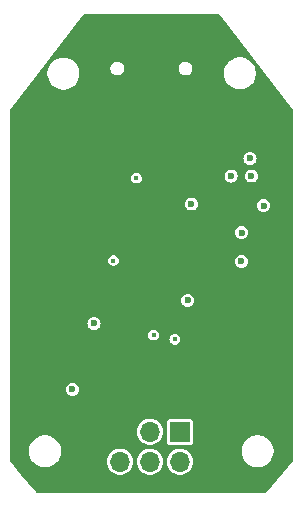
<source format=gbr>
%TF.GenerationSoftware,KiCad,Pcbnew,8.0.0*%
%TF.CreationDate,2026-01-12T19:07:33+05:30*%
%TF.ProjectId,PICKit_Clone_KiCAD,5049434b-6974-45f4-936c-6f6e655f4b69,1.0*%
%TF.SameCoordinates,Original*%
%TF.FileFunction,Copper,L2,Inr*%
%TF.FilePolarity,Positive*%
%FSLAX46Y46*%
G04 Gerber Fmt 4.6, Leading zero omitted, Abs format (unit mm)*
G04 Created by KiCad (PCBNEW 8.0.0) date 2026-01-12 19:07:33*
%MOMM*%
%LPD*%
G01*
G04 APERTURE LIST*
%TA.AperFunction,ComponentPad*%
%ADD10O,1.000000X1.800000*%
%TD*%
%TA.AperFunction,ComponentPad*%
%ADD11O,1.000000X2.100000*%
%TD*%
%TA.AperFunction,ComponentPad*%
%ADD12R,1.700000X1.700000*%
%TD*%
%TA.AperFunction,ComponentPad*%
%ADD13O,1.700000X1.700000*%
%TD*%
%TA.AperFunction,ViaPad*%
%ADD14C,0.600000*%
%TD*%
%TA.AperFunction,ViaPad*%
%ADD15C,0.400000*%
%TD*%
G04 APERTURE END LIST*
D10*
%TO.N,GND*%
%TO.C,J1*%
X150320001Y-71425000D03*
D11*
X150320000Y-75625000D03*
X141680000Y-75625000D03*
D10*
X141680000Y-71425000D03*
%TD*%
D12*
%TO.N,/PGD*%
%TO.C,J2*%
X148425000Y-105855000D03*
D13*
%TO.N,/PGC*%
X148424997Y-108395002D03*
%TO.N,/MCLR*%
X145884998Y-105854997D03*
%TO.N,/VIN*%
X145885000Y-108395000D03*
%TO.N,GND*%
X143345000Y-105855000D03*
%TO.N,/5V*%
X143345000Y-108395001D03*
%TD*%
D14*
%TO.N,GND*%
X148600000Y-99220000D03*
X136170000Y-78610000D03*
X136110000Y-98250000D03*
X142250000Y-102340000D03*
X154670000Y-99150000D03*
X153590000Y-94540000D03*
X142800000Y-76180000D03*
X142900000Y-79780000D03*
X155830000Y-77500000D03*
X148110000Y-81520000D03*
X151340000Y-88989999D03*
X150660000Y-81520000D03*
X135630000Y-82170000D03*
X151170000Y-93910000D03*
D15*
X142794999Y-84359999D03*
D14*
X156230000Y-94530000D03*
X149200000Y-76210000D03*
X144300000Y-88490000D03*
X135750000Y-96670000D03*
%TO.N,/MCLR_SIG*%
X149090000Y-94720000D03*
%TO.N,/5V*%
X139320000Y-102260000D03*
X154360000Y-82710000D03*
X155510000Y-86700000D03*
X149390000Y-86560000D03*
D15*
X144740000Y-84370000D03*
D14*
X153620000Y-91420000D03*
X153640000Y-88990000D03*
D15*
X142795001Y-91360000D03*
D14*
X141150000Y-96670000D03*
%TO.N,/12V*%
X152760000Y-84200000D03*
X154460000Y-84190000D03*
D15*
%TO.N,Net-(Q2-G)*%
X146190000Y-97670000D03*
X147990000Y-98030000D03*
%TD*%
%TA.AperFunction,Conductor*%
%TO.N,GND*%
G36*
X151758429Y-70520185D02*
G01*
X151789889Y-70549175D01*
X157974000Y-78636089D01*
X157999087Y-78701299D01*
X157999500Y-78711412D01*
X157999500Y-108273899D01*
X157979815Y-108340938D01*
X157970759Y-108353282D01*
X155802759Y-110954883D01*
X155744720Y-110993782D01*
X155707500Y-110999500D01*
X136292498Y-110999500D01*
X136225459Y-110979815D01*
X136197239Y-110954884D01*
X136197238Y-110954883D01*
X134981068Y-109495501D01*
X134029241Y-108353325D01*
X134001445Y-108289222D01*
X134000500Y-108273941D01*
X134000500Y-107606286D01*
X135649500Y-107606286D01*
X135682268Y-107813179D01*
X135682754Y-107816243D01*
X135741080Y-107995752D01*
X135748444Y-108018414D01*
X135844951Y-108207820D01*
X135969890Y-108379786D01*
X136120213Y-108530109D01*
X136292179Y-108655048D01*
X136292181Y-108655049D01*
X136292184Y-108655051D01*
X136481588Y-108751557D01*
X136683757Y-108817246D01*
X136893713Y-108850500D01*
X136893714Y-108850500D01*
X137106286Y-108850500D01*
X137106287Y-108850500D01*
X137316243Y-108817246D01*
X137518412Y-108751557D01*
X137707816Y-108655051D01*
X137773118Y-108607607D01*
X137879786Y-108530109D01*
X137879788Y-108530106D01*
X137879792Y-108530104D01*
X138014895Y-108395001D01*
X142239785Y-108395001D01*
X142258602Y-108598083D01*
X142312521Y-108787584D01*
X142314418Y-108794251D01*
X142314418Y-108794252D01*
X142314422Y-108794261D01*
X142405327Y-108976822D01*
X142528237Y-109139582D01*
X142678958Y-109276981D01*
X142678960Y-109276983D01*
X142678962Y-109276984D01*
X142852363Y-109384349D01*
X143042544Y-109458025D01*
X143243024Y-109495501D01*
X143243026Y-109495501D01*
X143446974Y-109495501D01*
X143446976Y-109495501D01*
X143647456Y-109458025D01*
X143837637Y-109384349D01*
X144011041Y-109276982D01*
X144161764Y-109139580D01*
X144284673Y-108976822D01*
X144375582Y-108794251D01*
X144431397Y-108598084D01*
X144450215Y-108395001D01*
X144450215Y-108395000D01*
X144779785Y-108395000D01*
X144798602Y-108598082D01*
X144852478Y-108787431D01*
X144854418Y-108794250D01*
X144854418Y-108794251D01*
X144854422Y-108794260D01*
X144945327Y-108976821D01*
X145068237Y-109139581D01*
X145218958Y-109276980D01*
X145218960Y-109276982D01*
X145318141Y-109338392D01*
X145392363Y-109384348D01*
X145582544Y-109458024D01*
X145783024Y-109495500D01*
X145783026Y-109495500D01*
X145986974Y-109495500D01*
X145986976Y-109495500D01*
X146187456Y-109458024D01*
X146377637Y-109384348D01*
X146551041Y-109276981D01*
X146701764Y-109139579D01*
X146824673Y-108976821D01*
X146915582Y-108794250D01*
X146971397Y-108598083D01*
X146990215Y-108395002D01*
X147319782Y-108395002D01*
X147338599Y-108598084D01*
X147394414Y-108794249D01*
X147394419Y-108794262D01*
X147485324Y-108976823D01*
X147608234Y-109139583D01*
X147758955Y-109276982D01*
X147758957Y-109276984D01*
X147858138Y-109338394D01*
X147932360Y-109384350D01*
X148122541Y-109458026D01*
X148323021Y-109495502D01*
X148323023Y-109495502D01*
X148526971Y-109495502D01*
X148526973Y-109495502D01*
X148727453Y-109458026D01*
X148917634Y-109384350D01*
X149091038Y-109276983D01*
X149241761Y-109139581D01*
X149364670Y-108976823D01*
X149455579Y-108794252D01*
X149511394Y-108598085D01*
X149530212Y-108395002D01*
X149511394Y-108191919D01*
X149455579Y-107995752D01*
X149455573Y-107995740D01*
X149411269Y-107906766D01*
X149364670Y-107813181D01*
X149241761Y-107650423D01*
X149241759Y-107650420D01*
X149193346Y-107606286D01*
X153649500Y-107606286D01*
X153682268Y-107813179D01*
X153682754Y-107816243D01*
X153741080Y-107995752D01*
X153748444Y-108018414D01*
X153844951Y-108207820D01*
X153969890Y-108379786D01*
X154120213Y-108530109D01*
X154292179Y-108655048D01*
X154292181Y-108655049D01*
X154292184Y-108655051D01*
X154481588Y-108751557D01*
X154683757Y-108817246D01*
X154893713Y-108850500D01*
X154893714Y-108850500D01*
X155106286Y-108850500D01*
X155106287Y-108850500D01*
X155316243Y-108817246D01*
X155518412Y-108751557D01*
X155707816Y-108655051D01*
X155773118Y-108607607D01*
X155879786Y-108530109D01*
X155879788Y-108530106D01*
X155879792Y-108530104D01*
X156030104Y-108379792D01*
X156030106Y-108379788D01*
X156030109Y-108379786D01*
X156155048Y-108207820D01*
X156155047Y-108207820D01*
X156155051Y-108207816D01*
X156251557Y-108018412D01*
X156317246Y-107816243D01*
X156350500Y-107606287D01*
X156350500Y-107393713D01*
X156317246Y-107183757D01*
X156251557Y-106981588D01*
X156155051Y-106792184D01*
X156155049Y-106792181D01*
X156155048Y-106792179D01*
X156030109Y-106620213D01*
X155879786Y-106469890D01*
X155707820Y-106344951D01*
X155518414Y-106248444D01*
X155518413Y-106248443D01*
X155518412Y-106248443D01*
X155316243Y-106182754D01*
X155316241Y-106182753D01*
X155316240Y-106182753D01*
X155154957Y-106157208D01*
X155106287Y-106149500D01*
X154893713Y-106149500D01*
X154845042Y-106157208D01*
X154683760Y-106182753D01*
X154481585Y-106248444D01*
X154292179Y-106344951D01*
X154120213Y-106469890D01*
X153969890Y-106620213D01*
X153844951Y-106792179D01*
X153748444Y-106981585D01*
X153682753Y-107183760D01*
X153649500Y-107393713D01*
X153649500Y-107606286D01*
X149193346Y-107606286D01*
X149091038Y-107513021D01*
X149091036Y-107513019D01*
X148917639Y-107405657D01*
X148917636Y-107405655D01*
X148917634Y-107405654D01*
X148917633Y-107405653D01*
X148917632Y-107405653D01*
X148822543Y-107368816D01*
X148727453Y-107331978D01*
X148526973Y-107294502D01*
X148323021Y-107294502D01*
X148122541Y-107331978D01*
X148122538Y-107331978D01*
X148122538Y-107331979D01*
X147932361Y-107405653D01*
X147932354Y-107405657D01*
X147758957Y-107513019D01*
X147758955Y-107513021D01*
X147608234Y-107650420D01*
X147485324Y-107813180D01*
X147394419Y-107995741D01*
X147394414Y-107995754D01*
X147338599Y-108191919D01*
X147319782Y-108395001D01*
X147319782Y-108395002D01*
X146990215Y-108395002D01*
X146990215Y-108395000D01*
X146978997Y-108273941D01*
X146971397Y-108191917D01*
X146915582Y-107995750D01*
X146824673Y-107813179D01*
X146701764Y-107650421D01*
X146701762Y-107650418D01*
X146551041Y-107513019D01*
X146551039Y-107513017D01*
X146377642Y-107405655D01*
X146377639Y-107405653D01*
X146377637Y-107405652D01*
X146377636Y-107405651D01*
X146377635Y-107405651D01*
X146282546Y-107368814D01*
X146187456Y-107331976D01*
X145986976Y-107294500D01*
X145783024Y-107294500D01*
X145582544Y-107331976D01*
X145582541Y-107331976D01*
X145582541Y-107331977D01*
X145392364Y-107405651D01*
X145392357Y-107405655D01*
X145218960Y-107513017D01*
X145218958Y-107513019D01*
X145068237Y-107650418D01*
X144945327Y-107813178D01*
X144854422Y-107995739D01*
X144854417Y-107995752D01*
X144798602Y-108191917D01*
X144779785Y-108394999D01*
X144779785Y-108395000D01*
X144450215Y-108395000D01*
X144445205Y-108340938D01*
X144431397Y-108191918D01*
X144382030Y-108018414D01*
X144375582Y-107995751D01*
X144375576Y-107995739D01*
X144284673Y-107813181D01*
X144284673Y-107813180D01*
X144161764Y-107650422D01*
X144161762Y-107650419D01*
X144011041Y-107513020D01*
X144011039Y-107513018D01*
X143837642Y-107405656D01*
X143837639Y-107405654D01*
X143837637Y-107405653D01*
X143837636Y-107405652D01*
X143837635Y-107405652D01*
X143647461Y-107331979D01*
X143647456Y-107331977D01*
X143446976Y-107294501D01*
X143243024Y-107294501D01*
X143042544Y-107331977D01*
X143042541Y-107331977D01*
X143042541Y-107331978D01*
X142852364Y-107405652D01*
X142852357Y-107405656D01*
X142678960Y-107513018D01*
X142678958Y-107513020D01*
X142528237Y-107650419D01*
X142405327Y-107813179D01*
X142314422Y-107995740D01*
X142314417Y-107995753D01*
X142258602Y-108191918D01*
X142239785Y-108395000D01*
X142239785Y-108395001D01*
X138014895Y-108395001D01*
X138030104Y-108379792D01*
X138030106Y-108379788D01*
X138030109Y-108379786D01*
X138155048Y-108207820D01*
X138155047Y-108207820D01*
X138155051Y-108207816D01*
X138251557Y-108018412D01*
X138317246Y-107816243D01*
X138350500Y-107606287D01*
X138350500Y-107393713D01*
X138317246Y-107183757D01*
X138251557Y-106981588D01*
X138155051Y-106792184D01*
X138155049Y-106792181D01*
X138155048Y-106792179D01*
X138030109Y-106620213D01*
X137879786Y-106469890D01*
X137707820Y-106344951D01*
X137518414Y-106248444D01*
X137518413Y-106248443D01*
X137518412Y-106248443D01*
X137316243Y-106182754D01*
X137316241Y-106182753D01*
X137316240Y-106182753D01*
X137154957Y-106157208D01*
X137106287Y-106149500D01*
X136893713Y-106149500D01*
X136845042Y-106157208D01*
X136683760Y-106182753D01*
X136481585Y-106248444D01*
X136292179Y-106344951D01*
X136120213Y-106469890D01*
X135969890Y-106620213D01*
X135844951Y-106792179D01*
X135748444Y-106981585D01*
X135682753Y-107183760D01*
X135649500Y-107393713D01*
X135649500Y-107606286D01*
X134000500Y-107606286D01*
X134000500Y-105854997D01*
X144779783Y-105854997D01*
X144798600Y-106058079D01*
X144854415Y-106254244D01*
X144854420Y-106254257D01*
X144945325Y-106436818D01*
X145068235Y-106599578D01*
X145218956Y-106736977D01*
X145218958Y-106736979D01*
X145308110Y-106792179D01*
X145392361Y-106844345D01*
X145582542Y-106918021D01*
X145783022Y-106955497D01*
X145783024Y-106955497D01*
X145986972Y-106955497D01*
X145986974Y-106955497D01*
X146187454Y-106918021D01*
X146377635Y-106844345D01*
X146551039Y-106736978D01*
X146559047Y-106729678D01*
X147324500Y-106729678D01*
X147339032Y-106802735D01*
X147339033Y-106802739D01*
X147339034Y-106802740D01*
X147394399Y-106885601D01*
X147442917Y-106918019D01*
X147477260Y-106940966D01*
X147477264Y-106940967D01*
X147550321Y-106955499D01*
X147550324Y-106955500D01*
X147550326Y-106955500D01*
X149299676Y-106955500D01*
X149299677Y-106955499D01*
X149372740Y-106940966D01*
X149455601Y-106885601D01*
X149510966Y-106802740D01*
X149525500Y-106729674D01*
X149525500Y-104980326D01*
X149525500Y-104980323D01*
X149525499Y-104980321D01*
X149510967Y-104907264D01*
X149510966Y-104907260D01*
X149455601Y-104824399D01*
X149372740Y-104769034D01*
X149372739Y-104769033D01*
X149372735Y-104769032D01*
X149299677Y-104754500D01*
X149299674Y-104754500D01*
X147550326Y-104754500D01*
X147550323Y-104754500D01*
X147477264Y-104769032D01*
X147477260Y-104769033D01*
X147394399Y-104824399D01*
X147339033Y-104907260D01*
X147339032Y-104907264D01*
X147324500Y-104980321D01*
X147324500Y-106729678D01*
X146559047Y-106729678D01*
X146701762Y-106599576D01*
X146824671Y-106436818D01*
X146915580Y-106254247D01*
X146971395Y-106058080D01*
X146990213Y-105854997D01*
X146971395Y-105651914D01*
X146915580Y-105455747D01*
X146824671Y-105273176D01*
X146701762Y-105110418D01*
X146701760Y-105110415D01*
X146551039Y-104973016D01*
X146551037Y-104973014D01*
X146377640Y-104865652D01*
X146377633Y-104865648D01*
X146271156Y-104824399D01*
X146187454Y-104791973D01*
X145986974Y-104754497D01*
X145783022Y-104754497D01*
X145582542Y-104791973D01*
X145582539Y-104791973D01*
X145582539Y-104791974D01*
X145392362Y-104865648D01*
X145392355Y-104865652D01*
X145218958Y-104973014D01*
X145218956Y-104973016D01*
X145068235Y-105110415D01*
X144945325Y-105273175D01*
X144854420Y-105455736D01*
X144854415Y-105455749D01*
X144798600Y-105651914D01*
X144779783Y-105854996D01*
X144779783Y-105854997D01*
X134000500Y-105854997D01*
X134000500Y-102260000D01*
X138764750Y-102260000D01*
X138783670Y-102403708D01*
X138783671Y-102403712D01*
X138839137Y-102537622D01*
X138839138Y-102537624D01*
X138839139Y-102537625D01*
X138927379Y-102652621D01*
X139042375Y-102740861D01*
X139176291Y-102796330D01*
X139303280Y-102813048D01*
X139319999Y-102815250D01*
X139320000Y-102815250D01*
X139320001Y-102815250D01*
X139334977Y-102813278D01*
X139463709Y-102796330D01*
X139597625Y-102740861D01*
X139712621Y-102652621D01*
X139800861Y-102537625D01*
X139856330Y-102403709D01*
X139875250Y-102260000D01*
X139856330Y-102116291D01*
X139800861Y-101982375D01*
X139712621Y-101867379D01*
X139597625Y-101779139D01*
X139597624Y-101779138D01*
X139597622Y-101779137D01*
X139463712Y-101723671D01*
X139463710Y-101723670D01*
X139463709Y-101723670D01*
X139391854Y-101714210D01*
X139320001Y-101704750D01*
X139319999Y-101704750D01*
X139176291Y-101723670D01*
X139176287Y-101723671D01*
X139042377Y-101779137D01*
X138927379Y-101867379D01*
X138839137Y-101982377D01*
X138783671Y-102116287D01*
X138783670Y-102116291D01*
X138764750Y-102259999D01*
X138764750Y-102260000D01*
X134000500Y-102260000D01*
X134000500Y-97670000D01*
X145734867Y-97670000D01*
X145753302Y-97798225D01*
X145800592Y-97901774D01*
X145807118Y-97916063D01*
X145891951Y-98013967D01*
X146000931Y-98084004D01*
X146125225Y-98120499D01*
X146125227Y-98120500D01*
X146125228Y-98120500D01*
X146254773Y-98120500D01*
X146254773Y-98120499D01*
X146379069Y-98084004D01*
X146463101Y-98030000D01*
X147534867Y-98030000D01*
X147553302Y-98158225D01*
X147607117Y-98276061D01*
X147607118Y-98276063D01*
X147691951Y-98373967D01*
X147800931Y-98444004D01*
X147925225Y-98480499D01*
X147925227Y-98480500D01*
X147925228Y-98480500D01*
X148054773Y-98480500D01*
X148054773Y-98480499D01*
X148179069Y-98444004D01*
X148288049Y-98373967D01*
X148372882Y-98276063D01*
X148426697Y-98158226D01*
X148445133Y-98030000D01*
X148426697Y-97901774D01*
X148372882Y-97783937D01*
X148288049Y-97686033D01*
X148179069Y-97615996D01*
X148179065Y-97615994D01*
X148179064Y-97615994D01*
X148054774Y-97579500D01*
X148054772Y-97579500D01*
X147925228Y-97579500D01*
X147925226Y-97579500D01*
X147800935Y-97615994D01*
X147800932Y-97615995D01*
X147800931Y-97615996D01*
X147749677Y-97648934D01*
X147691950Y-97686033D01*
X147607118Y-97783937D01*
X147607117Y-97783938D01*
X147553302Y-97901774D01*
X147534867Y-98030000D01*
X146463101Y-98030000D01*
X146488049Y-98013967D01*
X146572882Y-97916063D01*
X146626697Y-97798226D01*
X146645133Y-97670000D01*
X146626697Y-97541774D01*
X146572882Y-97423937D01*
X146488049Y-97326033D01*
X146379069Y-97255996D01*
X146379065Y-97255994D01*
X146379064Y-97255994D01*
X146254774Y-97219500D01*
X146254772Y-97219500D01*
X146125228Y-97219500D01*
X146125226Y-97219500D01*
X146000935Y-97255994D01*
X146000932Y-97255995D01*
X146000931Y-97255996D01*
X145949677Y-97288934D01*
X145891950Y-97326033D01*
X145807118Y-97423937D01*
X145807117Y-97423938D01*
X145753302Y-97541774D01*
X145734867Y-97670000D01*
X134000500Y-97670000D01*
X134000500Y-96670000D01*
X140594750Y-96670000D01*
X140613670Y-96813708D01*
X140613671Y-96813712D01*
X140669137Y-96947622D01*
X140669138Y-96947624D01*
X140669139Y-96947625D01*
X140757379Y-97062621D01*
X140872375Y-97150861D01*
X141006291Y-97206330D01*
X141133280Y-97223048D01*
X141149999Y-97225250D01*
X141150000Y-97225250D01*
X141150001Y-97225250D01*
X141164977Y-97223278D01*
X141293709Y-97206330D01*
X141427625Y-97150861D01*
X141542621Y-97062621D01*
X141630861Y-96947625D01*
X141686330Y-96813709D01*
X141705250Y-96670000D01*
X141686330Y-96526291D01*
X141630861Y-96392375D01*
X141542621Y-96277379D01*
X141427625Y-96189139D01*
X141427624Y-96189138D01*
X141427622Y-96189137D01*
X141293712Y-96133671D01*
X141293710Y-96133670D01*
X141293709Y-96133670D01*
X141221854Y-96124210D01*
X141150001Y-96114750D01*
X141149999Y-96114750D01*
X141006291Y-96133670D01*
X141006287Y-96133671D01*
X140872377Y-96189137D01*
X140757379Y-96277379D01*
X140669137Y-96392377D01*
X140613671Y-96526287D01*
X140613670Y-96526291D01*
X140594750Y-96669999D01*
X140594750Y-96670000D01*
X134000500Y-96670000D01*
X134000500Y-94720000D01*
X148534750Y-94720000D01*
X148553670Y-94863708D01*
X148553671Y-94863712D01*
X148609137Y-94997622D01*
X148609138Y-94997624D01*
X148609139Y-94997625D01*
X148697379Y-95112621D01*
X148812375Y-95200861D01*
X148946291Y-95256330D01*
X149073280Y-95273048D01*
X149089999Y-95275250D01*
X149090000Y-95275250D01*
X149090001Y-95275250D01*
X149104977Y-95273278D01*
X149233709Y-95256330D01*
X149367625Y-95200861D01*
X149482621Y-95112621D01*
X149570861Y-94997625D01*
X149626330Y-94863709D01*
X149645250Y-94720000D01*
X149626330Y-94576291D01*
X149570861Y-94442375D01*
X149482621Y-94327379D01*
X149367625Y-94239139D01*
X149367624Y-94239138D01*
X149367622Y-94239137D01*
X149233712Y-94183671D01*
X149233710Y-94183670D01*
X149233709Y-94183670D01*
X149161854Y-94174210D01*
X149090001Y-94164750D01*
X149089999Y-94164750D01*
X148946291Y-94183670D01*
X148946287Y-94183671D01*
X148812377Y-94239137D01*
X148697379Y-94327379D01*
X148609137Y-94442377D01*
X148553671Y-94576287D01*
X148553670Y-94576291D01*
X148534750Y-94719999D01*
X148534750Y-94720000D01*
X134000500Y-94720000D01*
X134000500Y-91360000D01*
X142339868Y-91360000D01*
X142358303Y-91488225D01*
X142412118Y-91606061D01*
X142412119Y-91606063D01*
X142496952Y-91703967D01*
X142605932Y-91774004D01*
X142730226Y-91810499D01*
X142730228Y-91810500D01*
X142730229Y-91810500D01*
X142859774Y-91810500D01*
X142859774Y-91810499D01*
X142984070Y-91774004D01*
X143093050Y-91703967D01*
X143177883Y-91606063D01*
X143231698Y-91488226D01*
X143241507Y-91420000D01*
X153064750Y-91420000D01*
X153083670Y-91563708D01*
X153083671Y-91563712D01*
X153139137Y-91697622D01*
X153139138Y-91697624D01*
X153139139Y-91697625D01*
X153227379Y-91812621D01*
X153342375Y-91900861D01*
X153476291Y-91956330D01*
X153603280Y-91973048D01*
X153619999Y-91975250D01*
X153620000Y-91975250D01*
X153620001Y-91975250D01*
X153634977Y-91973278D01*
X153763709Y-91956330D01*
X153897625Y-91900861D01*
X154012621Y-91812621D01*
X154100861Y-91697625D01*
X154156330Y-91563709D01*
X154175250Y-91420000D01*
X154156330Y-91276291D01*
X154100861Y-91142375D01*
X154012621Y-91027379D01*
X153897625Y-90939139D01*
X153897624Y-90939138D01*
X153897622Y-90939137D01*
X153763712Y-90883671D01*
X153763710Y-90883670D01*
X153763709Y-90883670D01*
X153691854Y-90874210D01*
X153620001Y-90864750D01*
X153619999Y-90864750D01*
X153476291Y-90883670D01*
X153476287Y-90883671D01*
X153342377Y-90939137D01*
X153227379Y-91027379D01*
X153139137Y-91142377D01*
X153083671Y-91276287D01*
X153083670Y-91276291D01*
X153064750Y-91419999D01*
X153064750Y-91420000D01*
X143241507Y-91420000D01*
X143250134Y-91360000D01*
X143231698Y-91231774D01*
X143177883Y-91113937D01*
X143093050Y-91016033D01*
X142984070Y-90945996D01*
X142984066Y-90945994D01*
X142984065Y-90945994D01*
X142859775Y-90909500D01*
X142859773Y-90909500D01*
X142730229Y-90909500D01*
X142730227Y-90909500D01*
X142605936Y-90945994D01*
X142605933Y-90945995D01*
X142605932Y-90945996D01*
X142554678Y-90978934D01*
X142496951Y-91016033D01*
X142412119Y-91113937D01*
X142412118Y-91113938D01*
X142358303Y-91231774D01*
X142339868Y-91360000D01*
X134000500Y-91360000D01*
X134000500Y-88990000D01*
X153084750Y-88990000D01*
X153103670Y-89133708D01*
X153103671Y-89133712D01*
X153159137Y-89267622D01*
X153159138Y-89267624D01*
X153159139Y-89267625D01*
X153247379Y-89382621D01*
X153362375Y-89470861D01*
X153496291Y-89526330D01*
X153623280Y-89543048D01*
X153639999Y-89545250D01*
X153640000Y-89545250D01*
X153640001Y-89545250D01*
X153654977Y-89543278D01*
X153783709Y-89526330D01*
X153917625Y-89470861D01*
X154032621Y-89382621D01*
X154120861Y-89267625D01*
X154176330Y-89133709D01*
X154195250Y-88990000D01*
X154176330Y-88846291D01*
X154120861Y-88712375D01*
X154032621Y-88597379D01*
X153917625Y-88509139D01*
X153917624Y-88509138D01*
X153917622Y-88509137D01*
X153783712Y-88453671D01*
X153783710Y-88453670D01*
X153783709Y-88453670D01*
X153711854Y-88444210D01*
X153640001Y-88434750D01*
X153639999Y-88434750D01*
X153496291Y-88453670D01*
X153496287Y-88453671D01*
X153362377Y-88509137D01*
X153247379Y-88597379D01*
X153159137Y-88712377D01*
X153103671Y-88846287D01*
X153103670Y-88846291D01*
X153084750Y-88989999D01*
X153084750Y-88990000D01*
X134000500Y-88990000D01*
X134000500Y-86560000D01*
X148834750Y-86560000D01*
X148853670Y-86703708D01*
X148853671Y-86703712D01*
X148909137Y-86837622D01*
X148909138Y-86837624D01*
X148909139Y-86837625D01*
X148997379Y-86952621D01*
X149112375Y-87040861D01*
X149246291Y-87096330D01*
X149373280Y-87113048D01*
X149389999Y-87115250D01*
X149390000Y-87115250D01*
X149390001Y-87115250D01*
X149404977Y-87113278D01*
X149533709Y-87096330D01*
X149667625Y-87040861D01*
X149782621Y-86952621D01*
X149870861Y-86837625D01*
X149926330Y-86703709D01*
X149926818Y-86700000D01*
X154954750Y-86700000D01*
X154973670Y-86843708D01*
X154973671Y-86843712D01*
X155029137Y-86977622D01*
X155029138Y-86977624D01*
X155029139Y-86977625D01*
X155117379Y-87092621D01*
X155232375Y-87180861D01*
X155366291Y-87236330D01*
X155493280Y-87253048D01*
X155509999Y-87255250D01*
X155510000Y-87255250D01*
X155510001Y-87255250D01*
X155524977Y-87253278D01*
X155653709Y-87236330D01*
X155787625Y-87180861D01*
X155902621Y-87092621D01*
X155990861Y-86977625D01*
X156046330Y-86843709D01*
X156065250Y-86700000D01*
X156046330Y-86556291D01*
X155990861Y-86422375D01*
X155902621Y-86307379D01*
X155787625Y-86219139D01*
X155787624Y-86219138D01*
X155787622Y-86219137D01*
X155653712Y-86163671D01*
X155653710Y-86163670D01*
X155653709Y-86163670D01*
X155581854Y-86154210D01*
X155510001Y-86144750D01*
X155509999Y-86144750D01*
X155366291Y-86163670D01*
X155366287Y-86163671D01*
X155232377Y-86219137D01*
X155117379Y-86307379D01*
X155029137Y-86422377D01*
X154973671Y-86556287D01*
X154973670Y-86556291D01*
X154954750Y-86699999D01*
X154954750Y-86700000D01*
X149926818Y-86700000D01*
X149945250Y-86560000D01*
X149926330Y-86416291D01*
X149870861Y-86282375D01*
X149782621Y-86167379D01*
X149667625Y-86079139D01*
X149667624Y-86079138D01*
X149667622Y-86079137D01*
X149533712Y-86023671D01*
X149533710Y-86023670D01*
X149533709Y-86023670D01*
X149461854Y-86014210D01*
X149390001Y-86004750D01*
X149389999Y-86004750D01*
X149246291Y-86023670D01*
X149246287Y-86023671D01*
X149112377Y-86079137D01*
X148997379Y-86167379D01*
X148909137Y-86282377D01*
X148853671Y-86416287D01*
X148853670Y-86416291D01*
X148834750Y-86559999D01*
X148834750Y-86560000D01*
X134000500Y-86560000D01*
X134000500Y-84370000D01*
X144284867Y-84370000D01*
X144303302Y-84498225D01*
X144341845Y-84582620D01*
X144357118Y-84616063D01*
X144441951Y-84713967D01*
X144550931Y-84784004D01*
X144675225Y-84820499D01*
X144675227Y-84820500D01*
X144675228Y-84820500D01*
X144804773Y-84820500D01*
X144804773Y-84820499D01*
X144929069Y-84784004D01*
X145038049Y-84713967D01*
X145122882Y-84616063D01*
X145176697Y-84498226D01*
X145195133Y-84370000D01*
X145176697Y-84241774D01*
X145157619Y-84200000D01*
X152204750Y-84200000D01*
X152222353Y-84333709D01*
X152223670Y-84343708D01*
X152223671Y-84343712D01*
X152279137Y-84477622D01*
X152279138Y-84477624D01*
X152279139Y-84477625D01*
X152367379Y-84592621D01*
X152482375Y-84680861D01*
X152616291Y-84736330D01*
X152743280Y-84753048D01*
X152759999Y-84755250D01*
X152760000Y-84755250D01*
X152760001Y-84755250D01*
X152774977Y-84753278D01*
X152903709Y-84736330D01*
X153037625Y-84680861D01*
X153152621Y-84592621D01*
X153240861Y-84477625D01*
X153296330Y-84343709D01*
X153315250Y-84200000D01*
X153313933Y-84190000D01*
X153904750Y-84190000D01*
X153923670Y-84333708D01*
X153923671Y-84333712D01*
X153979137Y-84467622D01*
X153979138Y-84467624D01*
X153979139Y-84467625D01*
X154067379Y-84582621D01*
X154182375Y-84670861D01*
X154316291Y-84726330D01*
X154443280Y-84743048D01*
X154459999Y-84745250D01*
X154460000Y-84745250D01*
X154460001Y-84745250D01*
X154474977Y-84743278D01*
X154603709Y-84726330D01*
X154737625Y-84670861D01*
X154852621Y-84582621D01*
X154940861Y-84467625D01*
X154996330Y-84333709D01*
X155015250Y-84190000D01*
X154996330Y-84046291D01*
X154940861Y-83912375D01*
X154852621Y-83797379D01*
X154737625Y-83709139D01*
X154737624Y-83709138D01*
X154737622Y-83709137D01*
X154603712Y-83653671D01*
X154603710Y-83653670D01*
X154603709Y-83653670D01*
X154531854Y-83644210D01*
X154460001Y-83634750D01*
X154459999Y-83634750D01*
X154316291Y-83653670D01*
X154316287Y-83653671D01*
X154182377Y-83709137D01*
X154067379Y-83797379D01*
X153979137Y-83912377D01*
X153923671Y-84046287D01*
X153923670Y-84046291D01*
X153904750Y-84189999D01*
X153904750Y-84190000D01*
X153313933Y-84190000D01*
X153305236Y-84123938D01*
X153296330Y-84056291D01*
X153240861Y-83922375D01*
X153152621Y-83807379D01*
X153037625Y-83719139D01*
X153037624Y-83719138D01*
X153037622Y-83719137D01*
X152903712Y-83663671D01*
X152903710Y-83663670D01*
X152903709Y-83663670D01*
X152831854Y-83654210D01*
X152760001Y-83644750D01*
X152759999Y-83644750D01*
X152616291Y-83663670D01*
X152616287Y-83663671D01*
X152482377Y-83719137D01*
X152367379Y-83807379D01*
X152279137Y-83922377D01*
X152223671Y-84056287D01*
X152223670Y-84056291D01*
X152206067Y-84190000D01*
X152204750Y-84200000D01*
X145157619Y-84200000D01*
X145122882Y-84123937D01*
X145038049Y-84026033D01*
X144929069Y-83955996D01*
X144929065Y-83955994D01*
X144929064Y-83955994D01*
X144804774Y-83919500D01*
X144804772Y-83919500D01*
X144675228Y-83919500D01*
X144675226Y-83919500D01*
X144550935Y-83955994D01*
X144550932Y-83955995D01*
X144550931Y-83955996D01*
X144499677Y-83988934D01*
X144441950Y-84026033D01*
X144357118Y-84123937D01*
X144357117Y-84123938D01*
X144303302Y-84241774D01*
X144284867Y-84370000D01*
X134000500Y-84370000D01*
X134000500Y-82710000D01*
X153804750Y-82710000D01*
X153823670Y-82853708D01*
X153823671Y-82853712D01*
X153879137Y-82987622D01*
X153879138Y-82987624D01*
X153879139Y-82987625D01*
X153967379Y-83102621D01*
X154082375Y-83190861D01*
X154216291Y-83246330D01*
X154343280Y-83263048D01*
X154359999Y-83265250D01*
X154360000Y-83265250D01*
X154360001Y-83265250D01*
X154374977Y-83263278D01*
X154503709Y-83246330D01*
X154637625Y-83190861D01*
X154752621Y-83102621D01*
X154840861Y-82987625D01*
X154896330Y-82853709D01*
X154915250Y-82710000D01*
X154896330Y-82566291D01*
X154840861Y-82432375D01*
X154752621Y-82317379D01*
X154637625Y-82229139D01*
X154637624Y-82229138D01*
X154637622Y-82229137D01*
X154503712Y-82173671D01*
X154503710Y-82173670D01*
X154503709Y-82173670D01*
X154431854Y-82164210D01*
X154360001Y-82154750D01*
X154359999Y-82154750D01*
X154216291Y-82173670D01*
X154216287Y-82173671D01*
X154082377Y-82229137D01*
X153967379Y-82317379D01*
X153879137Y-82432377D01*
X153823671Y-82566287D01*
X153823670Y-82566291D01*
X153804750Y-82709999D01*
X153804750Y-82710000D01*
X134000500Y-82710000D01*
X134000500Y-78711413D01*
X134020185Y-78644374D01*
X134025992Y-78636099D01*
X136319966Y-75636287D01*
X137209500Y-75636287D01*
X137242754Y-75846243D01*
X137298695Y-76018412D01*
X137308444Y-76048414D01*
X137404951Y-76237820D01*
X137529890Y-76409786D01*
X137680213Y-76560109D01*
X137852179Y-76685048D01*
X137852181Y-76685049D01*
X137852184Y-76685051D01*
X138041588Y-76781557D01*
X138243757Y-76847246D01*
X138453713Y-76880500D01*
X138453714Y-76880500D01*
X138666286Y-76880500D01*
X138666287Y-76880500D01*
X138876243Y-76847246D01*
X139078412Y-76781557D01*
X139267816Y-76685051D01*
X139309112Y-76655048D01*
X139439786Y-76560109D01*
X139439788Y-76560106D01*
X139439792Y-76560104D01*
X139590104Y-76409792D01*
X139590106Y-76409788D01*
X139590109Y-76409786D01*
X139715048Y-76237820D01*
X139715047Y-76237820D01*
X139715051Y-76237816D01*
X139811557Y-76048412D01*
X139877246Y-75846243D01*
X139910500Y-75636287D01*
X139910500Y-75423713D01*
X139877246Y-75213757D01*
X139866526Y-75180764D01*
X142534500Y-75180764D01*
X142534501Y-75180766D01*
X142573719Y-75327134D01*
X142611602Y-75392748D01*
X142649485Y-75458363D01*
X142756635Y-75565513D01*
X142887865Y-75641279D01*
X143034234Y-75680498D01*
X143034236Y-75680498D01*
X143185764Y-75680498D01*
X143185766Y-75680498D01*
X143332135Y-75641279D01*
X143463365Y-75565513D01*
X143570515Y-75458363D01*
X143646281Y-75327133D01*
X143685499Y-75180766D01*
X148314500Y-75180766D01*
X148315302Y-75183760D01*
X148353719Y-75327136D01*
X148391602Y-75392750D01*
X148429485Y-75458365D01*
X148536635Y-75565515D01*
X148650281Y-75631129D01*
X148667861Y-75641279D01*
X148667865Y-75641281D01*
X148814234Y-75680500D01*
X148814236Y-75680500D01*
X148965764Y-75680500D01*
X148965766Y-75680500D01*
X149112135Y-75641281D01*
X149172746Y-75606287D01*
X152149500Y-75606287D01*
X152182754Y-75816243D01*
X152192500Y-75846239D01*
X152248444Y-76018414D01*
X152344951Y-76207820D01*
X152469890Y-76379786D01*
X152620213Y-76530109D01*
X152792179Y-76655048D01*
X152792181Y-76655049D01*
X152792184Y-76655051D01*
X152981588Y-76751557D01*
X153183757Y-76817246D01*
X153393713Y-76850500D01*
X153393714Y-76850500D01*
X153606286Y-76850500D01*
X153606287Y-76850500D01*
X153816243Y-76817246D01*
X154018412Y-76751557D01*
X154207816Y-76655051D01*
X154229789Y-76639086D01*
X154379786Y-76530109D01*
X154379788Y-76530106D01*
X154379792Y-76530104D01*
X154530104Y-76379792D01*
X154530106Y-76379788D01*
X154530109Y-76379786D01*
X154655048Y-76207820D01*
X154655047Y-76207820D01*
X154655051Y-76207816D01*
X154751557Y-76018412D01*
X154817246Y-75816243D01*
X154850500Y-75606287D01*
X154850500Y-75393713D01*
X154817246Y-75183757D01*
X154751557Y-74981588D01*
X154655051Y-74792184D01*
X154655049Y-74792181D01*
X154655048Y-74792179D01*
X154530109Y-74620213D01*
X154379786Y-74469890D01*
X154207820Y-74344951D01*
X154018414Y-74248444D01*
X154018413Y-74248443D01*
X154018412Y-74248443D01*
X153816243Y-74182754D01*
X153816241Y-74182753D01*
X153816240Y-74182753D01*
X153654957Y-74157208D01*
X153606287Y-74149500D01*
X153393713Y-74149500D01*
X153345042Y-74157208D01*
X153183760Y-74182753D01*
X152981585Y-74248444D01*
X152792179Y-74344951D01*
X152620213Y-74469890D01*
X152469890Y-74620213D01*
X152344951Y-74792179D01*
X152248444Y-74981585D01*
X152182753Y-75183760D01*
X152178002Y-75213757D01*
X152149500Y-75393713D01*
X152149500Y-75606287D01*
X149172746Y-75606287D01*
X149243365Y-75565515D01*
X149350515Y-75458365D01*
X149426281Y-75327135D01*
X149465500Y-75180766D01*
X149465500Y-75029234D01*
X149426281Y-74882865D01*
X149350515Y-74751635D01*
X149243365Y-74644485D01*
X149177750Y-74606602D01*
X149112136Y-74568719D01*
X149038950Y-74549109D01*
X148965766Y-74529500D01*
X148814234Y-74529500D01*
X148667863Y-74568719D01*
X148536635Y-74644485D01*
X148536632Y-74644487D01*
X148429487Y-74751632D01*
X148429485Y-74751635D01*
X148353719Y-74882863D01*
X148319229Y-75011585D01*
X148314500Y-75029234D01*
X148314500Y-75180766D01*
X143685499Y-75180766D01*
X143685500Y-75180764D01*
X143685500Y-75029232D01*
X143646281Y-74882863D01*
X143570515Y-74751633D01*
X143463365Y-74644483D01*
X143397750Y-74606600D01*
X143332136Y-74568717D01*
X143258950Y-74549107D01*
X143185766Y-74529498D01*
X143034234Y-74529498D01*
X142887863Y-74568717D01*
X142756635Y-74644483D01*
X142756632Y-74644485D01*
X142649487Y-74751630D01*
X142649485Y-74751633D01*
X142573719Y-74882861D01*
X142573718Y-74882865D01*
X142534500Y-75029232D01*
X142534500Y-75180764D01*
X139866526Y-75180764D01*
X139811557Y-75011588D01*
X139715051Y-74822184D01*
X139715049Y-74822181D01*
X139715048Y-74822179D01*
X139590109Y-74650213D01*
X139439786Y-74499890D01*
X139267820Y-74374951D01*
X139078414Y-74278444D01*
X139078413Y-74278443D01*
X139078412Y-74278443D01*
X138876243Y-74212754D01*
X138876241Y-74212753D01*
X138876240Y-74212753D01*
X138714957Y-74187208D01*
X138666287Y-74179500D01*
X138453713Y-74179500D01*
X138405042Y-74187208D01*
X138243760Y-74212753D01*
X138041585Y-74278444D01*
X137852179Y-74374951D01*
X137680213Y-74499890D01*
X137529890Y-74650213D01*
X137404951Y-74822179D01*
X137308444Y-75011585D01*
X137242753Y-75213760D01*
X137209500Y-75423713D01*
X137209500Y-75636287D01*
X136319966Y-75636287D01*
X140210110Y-70549175D01*
X140266469Y-70507880D01*
X140308610Y-70500500D01*
X151691390Y-70500500D01*
X151758429Y-70520185D01*
G37*
%TD.AperFunction*%
%TD*%
M02*

</source>
